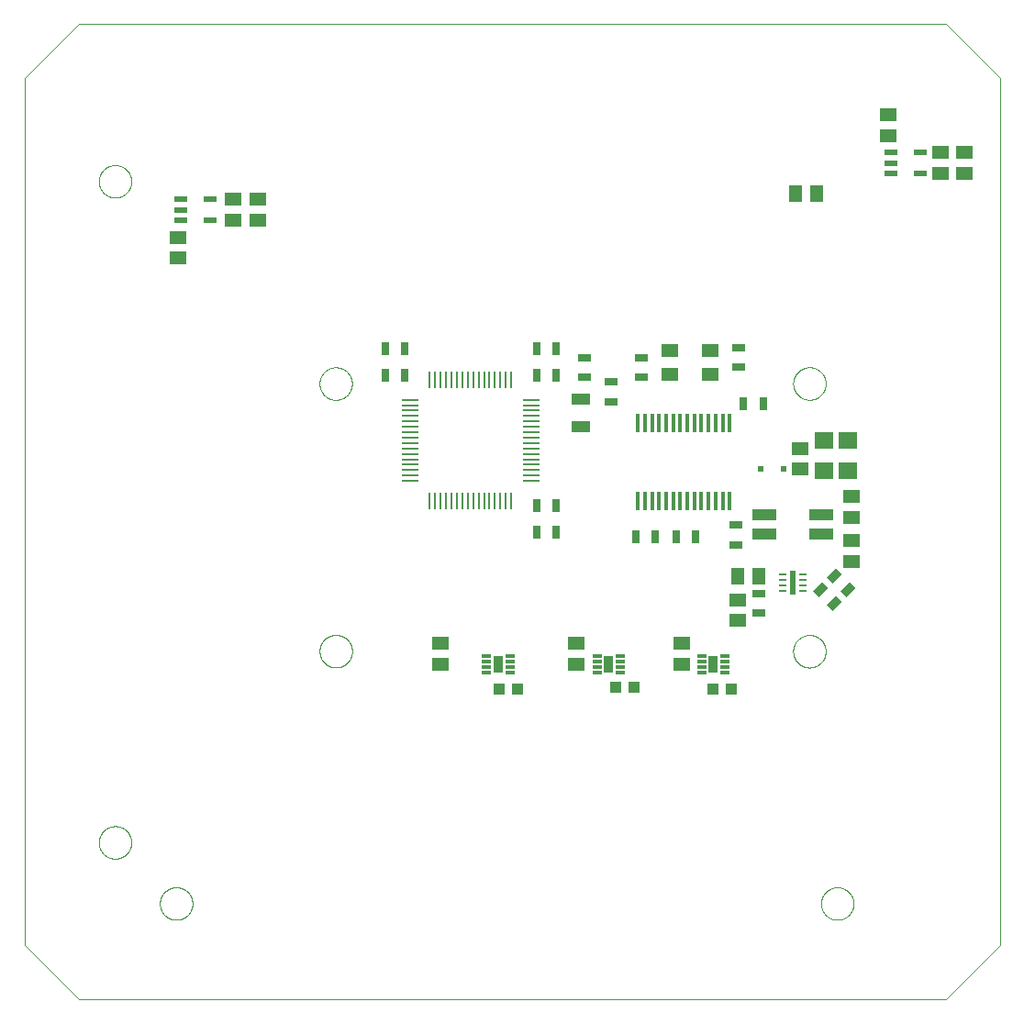
<source format=gtp>
G75*
%MOIN*%
%OFA0B0*%
%FSLAX25Y25*%
%IPPOS*%
%LPD*%
%AMOC8*
5,1,8,0,0,1.08239X$1,22.5*
%
%ADD10R,0.03937X0.04331*%
%ADD11R,0.03268X0.01181*%
%ADD12R,0.03543X0.06299*%
%ADD13C,0.00000*%
%ADD14R,0.05906X0.05118*%
%ADD15R,0.00984X0.06102*%
%ADD16R,0.06102X0.00984*%
%ADD17R,0.01575X0.06890*%
%ADD18R,0.07087X0.03937*%
%ADD19R,0.03150X0.04724*%
%ADD20R,0.04724X0.03150*%
%ADD21R,0.06299X0.04921*%
%ADD22R,0.03937X0.00984*%
%ADD23R,0.00984X0.03937*%
%ADD24R,0.05118X0.05906*%
%ADD25R,0.04724X0.02362*%
%ADD26R,0.02402X0.08661*%
%ADD27R,0.02756X0.00984*%
%ADD28R,0.01969X0.01969*%
%ADD29R,0.08661X0.03937*%
%ADD30R,0.07087X0.06299*%
D10*
X0194061Y0132271D03*
X0200754Y0132271D03*
X0236332Y0133042D03*
X0243025Y0133042D03*
X0271679Y0132488D03*
X0278372Y0132488D03*
D11*
X0275913Y0138330D03*
X0275913Y0140299D03*
X0275913Y0142267D03*
X0275913Y0144236D03*
X0267527Y0144236D03*
X0267527Y0142267D03*
X0267527Y0140299D03*
X0267527Y0138330D03*
X0237913Y0138330D03*
X0237913Y0140299D03*
X0237913Y0142267D03*
X0237913Y0144236D03*
X0229527Y0144236D03*
X0229527Y0142267D03*
X0229527Y0140299D03*
X0229527Y0138330D03*
X0197813Y0138430D03*
X0197813Y0140399D03*
X0197813Y0142367D03*
X0197813Y0144336D03*
X0189427Y0144336D03*
X0189427Y0142367D03*
X0189427Y0140399D03*
X0189427Y0138430D03*
D12*
X0193620Y0141383D03*
X0233720Y0141283D03*
X0271720Y0141283D03*
D13*
X0021455Y0039203D02*
X0021455Y0354163D01*
X0041140Y0373848D01*
X0356100Y0373848D01*
X0375785Y0354163D01*
X0375785Y0039203D01*
X0356100Y0019518D01*
X0041140Y0019518D01*
X0021455Y0039203D01*
X0048494Y0076604D02*
X0048496Y0076757D01*
X0048502Y0076911D01*
X0048512Y0077064D01*
X0048526Y0077216D01*
X0048544Y0077369D01*
X0048566Y0077520D01*
X0048591Y0077671D01*
X0048621Y0077822D01*
X0048655Y0077972D01*
X0048692Y0078120D01*
X0048733Y0078268D01*
X0048778Y0078414D01*
X0048827Y0078560D01*
X0048880Y0078704D01*
X0048936Y0078846D01*
X0048996Y0078987D01*
X0049060Y0079127D01*
X0049127Y0079265D01*
X0049198Y0079401D01*
X0049273Y0079535D01*
X0049350Y0079667D01*
X0049432Y0079797D01*
X0049516Y0079925D01*
X0049604Y0080051D01*
X0049695Y0080174D01*
X0049789Y0080295D01*
X0049887Y0080413D01*
X0049987Y0080529D01*
X0050091Y0080642D01*
X0050197Y0080753D01*
X0050306Y0080861D01*
X0050418Y0080966D01*
X0050532Y0081067D01*
X0050650Y0081166D01*
X0050769Y0081262D01*
X0050891Y0081355D01*
X0051016Y0081444D01*
X0051143Y0081531D01*
X0051272Y0081613D01*
X0051403Y0081693D01*
X0051536Y0081769D01*
X0051671Y0081842D01*
X0051808Y0081911D01*
X0051947Y0081976D01*
X0052087Y0082038D01*
X0052229Y0082096D01*
X0052372Y0082151D01*
X0052517Y0082202D01*
X0052663Y0082249D01*
X0052810Y0082292D01*
X0052958Y0082331D01*
X0053107Y0082367D01*
X0053257Y0082398D01*
X0053408Y0082426D01*
X0053559Y0082450D01*
X0053712Y0082470D01*
X0053864Y0082486D01*
X0054017Y0082498D01*
X0054170Y0082506D01*
X0054323Y0082510D01*
X0054477Y0082510D01*
X0054630Y0082506D01*
X0054783Y0082498D01*
X0054936Y0082486D01*
X0055088Y0082470D01*
X0055241Y0082450D01*
X0055392Y0082426D01*
X0055543Y0082398D01*
X0055693Y0082367D01*
X0055842Y0082331D01*
X0055990Y0082292D01*
X0056137Y0082249D01*
X0056283Y0082202D01*
X0056428Y0082151D01*
X0056571Y0082096D01*
X0056713Y0082038D01*
X0056853Y0081976D01*
X0056992Y0081911D01*
X0057129Y0081842D01*
X0057264Y0081769D01*
X0057397Y0081693D01*
X0057528Y0081613D01*
X0057657Y0081531D01*
X0057784Y0081444D01*
X0057909Y0081355D01*
X0058031Y0081262D01*
X0058150Y0081166D01*
X0058268Y0081067D01*
X0058382Y0080966D01*
X0058494Y0080861D01*
X0058603Y0080753D01*
X0058709Y0080642D01*
X0058813Y0080529D01*
X0058913Y0080413D01*
X0059011Y0080295D01*
X0059105Y0080174D01*
X0059196Y0080051D01*
X0059284Y0079925D01*
X0059368Y0079797D01*
X0059450Y0079667D01*
X0059527Y0079535D01*
X0059602Y0079401D01*
X0059673Y0079265D01*
X0059740Y0079127D01*
X0059804Y0078987D01*
X0059864Y0078846D01*
X0059920Y0078704D01*
X0059973Y0078560D01*
X0060022Y0078414D01*
X0060067Y0078268D01*
X0060108Y0078120D01*
X0060145Y0077972D01*
X0060179Y0077822D01*
X0060209Y0077671D01*
X0060234Y0077520D01*
X0060256Y0077369D01*
X0060274Y0077216D01*
X0060288Y0077064D01*
X0060298Y0076911D01*
X0060304Y0076757D01*
X0060306Y0076604D01*
X0060304Y0076451D01*
X0060298Y0076297D01*
X0060288Y0076144D01*
X0060274Y0075992D01*
X0060256Y0075839D01*
X0060234Y0075688D01*
X0060209Y0075537D01*
X0060179Y0075386D01*
X0060145Y0075236D01*
X0060108Y0075088D01*
X0060067Y0074940D01*
X0060022Y0074794D01*
X0059973Y0074648D01*
X0059920Y0074504D01*
X0059864Y0074362D01*
X0059804Y0074221D01*
X0059740Y0074081D01*
X0059673Y0073943D01*
X0059602Y0073807D01*
X0059527Y0073673D01*
X0059450Y0073541D01*
X0059368Y0073411D01*
X0059284Y0073283D01*
X0059196Y0073157D01*
X0059105Y0073034D01*
X0059011Y0072913D01*
X0058913Y0072795D01*
X0058813Y0072679D01*
X0058709Y0072566D01*
X0058603Y0072455D01*
X0058494Y0072347D01*
X0058382Y0072242D01*
X0058268Y0072141D01*
X0058150Y0072042D01*
X0058031Y0071946D01*
X0057909Y0071853D01*
X0057784Y0071764D01*
X0057657Y0071677D01*
X0057528Y0071595D01*
X0057397Y0071515D01*
X0057264Y0071439D01*
X0057129Y0071366D01*
X0056992Y0071297D01*
X0056853Y0071232D01*
X0056713Y0071170D01*
X0056571Y0071112D01*
X0056428Y0071057D01*
X0056283Y0071006D01*
X0056137Y0070959D01*
X0055990Y0070916D01*
X0055842Y0070877D01*
X0055693Y0070841D01*
X0055543Y0070810D01*
X0055392Y0070782D01*
X0055241Y0070758D01*
X0055088Y0070738D01*
X0054936Y0070722D01*
X0054783Y0070710D01*
X0054630Y0070702D01*
X0054477Y0070698D01*
X0054323Y0070698D01*
X0054170Y0070702D01*
X0054017Y0070710D01*
X0053864Y0070722D01*
X0053712Y0070738D01*
X0053559Y0070758D01*
X0053408Y0070782D01*
X0053257Y0070810D01*
X0053107Y0070841D01*
X0052958Y0070877D01*
X0052810Y0070916D01*
X0052663Y0070959D01*
X0052517Y0071006D01*
X0052372Y0071057D01*
X0052229Y0071112D01*
X0052087Y0071170D01*
X0051947Y0071232D01*
X0051808Y0071297D01*
X0051671Y0071366D01*
X0051536Y0071439D01*
X0051403Y0071515D01*
X0051272Y0071595D01*
X0051143Y0071677D01*
X0051016Y0071764D01*
X0050891Y0071853D01*
X0050769Y0071946D01*
X0050650Y0072042D01*
X0050532Y0072141D01*
X0050418Y0072242D01*
X0050306Y0072347D01*
X0050197Y0072455D01*
X0050091Y0072566D01*
X0049987Y0072679D01*
X0049887Y0072795D01*
X0049789Y0072913D01*
X0049695Y0073034D01*
X0049604Y0073157D01*
X0049516Y0073283D01*
X0049432Y0073411D01*
X0049350Y0073541D01*
X0049273Y0073673D01*
X0049198Y0073807D01*
X0049127Y0073943D01*
X0049060Y0074081D01*
X0048996Y0074221D01*
X0048936Y0074362D01*
X0048880Y0074504D01*
X0048827Y0074648D01*
X0048778Y0074794D01*
X0048733Y0074940D01*
X0048692Y0075088D01*
X0048655Y0075236D01*
X0048621Y0075386D01*
X0048591Y0075537D01*
X0048566Y0075688D01*
X0048544Y0075839D01*
X0048526Y0075992D01*
X0048512Y0076144D01*
X0048502Y0076297D01*
X0048496Y0076451D01*
X0048494Y0076604D01*
X0070698Y0054400D02*
X0070700Y0054553D01*
X0070706Y0054707D01*
X0070716Y0054860D01*
X0070730Y0055012D01*
X0070748Y0055165D01*
X0070770Y0055316D01*
X0070795Y0055467D01*
X0070825Y0055618D01*
X0070859Y0055768D01*
X0070896Y0055916D01*
X0070937Y0056064D01*
X0070982Y0056210D01*
X0071031Y0056356D01*
X0071084Y0056500D01*
X0071140Y0056642D01*
X0071200Y0056783D01*
X0071264Y0056923D01*
X0071331Y0057061D01*
X0071402Y0057197D01*
X0071477Y0057331D01*
X0071554Y0057463D01*
X0071636Y0057593D01*
X0071720Y0057721D01*
X0071808Y0057847D01*
X0071899Y0057970D01*
X0071993Y0058091D01*
X0072091Y0058209D01*
X0072191Y0058325D01*
X0072295Y0058438D01*
X0072401Y0058549D01*
X0072510Y0058657D01*
X0072622Y0058762D01*
X0072736Y0058863D01*
X0072854Y0058962D01*
X0072973Y0059058D01*
X0073095Y0059151D01*
X0073220Y0059240D01*
X0073347Y0059327D01*
X0073476Y0059409D01*
X0073607Y0059489D01*
X0073740Y0059565D01*
X0073875Y0059638D01*
X0074012Y0059707D01*
X0074151Y0059772D01*
X0074291Y0059834D01*
X0074433Y0059892D01*
X0074576Y0059947D01*
X0074721Y0059998D01*
X0074867Y0060045D01*
X0075014Y0060088D01*
X0075162Y0060127D01*
X0075311Y0060163D01*
X0075461Y0060194D01*
X0075612Y0060222D01*
X0075763Y0060246D01*
X0075916Y0060266D01*
X0076068Y0060282D01*
X0076221Y0060294D01*
X0076374Y0060302D01*
X0076527Y0060306D01*
X0076681Y0060306D01*
X0076834Y0060302D01*
X0076987Y0060294D01*
X0077140Y0060282D01*
X0077292Y0060266D01*
X0077445Y0060246D01*
X0077596Y0060222D01*
X0077747Y0060194D01*
X0077897Y0060163D01*
X0078046Y0060127D01*
X0078194Y0060088D01*
X0078341Y0060045D01*
X0078487Y0059998D01*
X0078632Y0059947D01*
X0078775Y0059892D01*
X0078917Y0059834D01*
X0079057Y0059772D01*
X0079196Y0059707D01*
X0079333Y0059638D01*
X0079468Y0059565D01*
X0079601Y0059489D01*
X0079732Y0059409D01*
X0079861Y0059327D01*
X0079988Y0059240D01*
X0080113Y0059151D01*
X0080235Y0059058D01*
X0080354Y0058962D01*
X0080472Y0058863D01*
X0080586Y0058762D01*
X0080698Y0058657D01*
X0080807Y0058549D01*
X0080913Y0058438D01*
X0081017Y0058325D01*
X0081117Y0058209D01*
X0081215Y0058091D01*
X0081309Y0057970D01*
X0081400Y0057847D01*
X0081488Y0057721D01*
X0081572Y0057593D01*
X0081654Y0057463D01*
X0081731Y0057331D01*
X0081806Y0057197D01*
X0081877Y0057061D01*
X0081944Y0056923D01*
X0082008Y0056783D01*
X0082068Y0056642D01*
X0082124Y0056500D01*
X0082177Y0056356D01*
X0082226Y0056210D01*
X0082271Y0056064D01*
X0082312Y0055916D01*
X0082349Y0055768D01*
X0082383Y0055618D01*
X0082413Y0055467D01*
X0082438Y0055316D01*
X0082460Y0055165D01*
X0082478Y0055012D01*
X0082492Y0054860D01*
X0082502Y0054707D01*
X0082508Y0054553D01*
X0082510Y0054400D01*
X0082508Y0054247D01*
X0082502Y0054093D01*
X0082492Y0053940D01*
X0082478Y0053788D01*
X0082460Y0053635D01*
X0082438Y0053484D01*
X0082413Y0053333D01*
X0082383Y0053182D01*
X0082349Y0053032D01*
X0082312Y0052884D01*
X0082271Y0052736D01*
X0082226Y0052590D01*
X0082177Y0052444D01*
X0082124Y0052300D01*
X0082068Y0052158D01*
X0082008Y0052017D01*
X0081944Y0051877D01*
X0081877Y0051739D01*
X0081806Y0051603D01*
X0081731Y0051469D01*
X0081654Y0051337D01*
X0081572Y0051207D01*
X0081488Y0051079D01*
X0081400Y0050953D01*
X0081309Y0050830D01*
X0081215Y0050709D01*
X0081117Y0050591D01*
X0081017Y0050475D01*
X0080913Y0050362D01*
X0080807Y0050251D01*
X0080698Y0050143D01*
X0080586Y0050038D01*
X0080472Y0049937D01*
X0080354Y0049838D01*
X0080235Y0049742D01*
X0080113Y0049649D01*
X0079988Y0049560D01*
X0079861Y0049473D01*
X0079732Y0049391D01*
X0079601Y0049311D01*
X0079468Y0049235D01*
X0079333Y0049162D01*
X0079196Y0049093D01*
X0079057Y0049028D01*
X0078917Y0048966D01*
X0078775Y0048908D01*
X0078632Y0048853D01*
X0078487Y0048802D01*
X0078341Y0048755D01*
X0078194Y0048712D01*
X0078046Y0048673D01*
X0077897Y0048637D01*
X0077747Y0048606D01*
X0077596Y0048578D01*
X0077445Y0048554D01*
X0077292Y0048534D01*
X0077140Y0048518D01*
X0076987Y0048506D01*
X0076834Y0048498D01*
X0076681Y0048494D01*
X0076527Y0048494D01*
X0076374Y0048498D01*
X0076221Y0048506D01*
X0076068Y0048518D01*
X0075916Y0048534D01*
X0075763Y0048554D01*
X0075612Y0048578D01*
X0075461Y0048606D01*
X0075311Y0048637D01*
X0075162Y0048673D01*
X0075014Y0048712D01*
X0074867Y0048755D01*
X0074721Y0048802D01*
X0074576Y0048853D01*
X0074433Y0048908D01*
X0074291Y0048966D01*
X0074151Y0049028D01*
X0074012Y0049093D01*
X0073875Y0049162D01*
X0073740Y0049235D01*
X0073607Y0049311D01*
X0073476Y0049391D01*
X0073347Y0049473D01*
X0073220Y0049560D01*
X0073095Y0049649D01*
X0072973Y0049742D01*
X0072854Y0049838D01*
X0072736Y0049937D01*
X0072622Y0050038D01*
X0072510Y0050143D01*
X0072401Y0050251D01*
X0072295Y0050362D01*
X0072191Y0050475D01*
X0072091Y0050591D01*
X0071993Y0050709D01*
X0071899Y0050830D01*
X0071808Y0050953D01*
X0071720Y0051079D01*
X0071636Y0051207D01*
X0071554Y0051337D01*
X0071477Y0051469D01*
X0071402Y0051603D01*
X0071331Y0051739D01*
X0071264Y0051877D01*
X0071200Y0052017D01*
X0071140Y0052158D01*
X0071084Y0052300D01*
X0071031Y0052444D01*
X0070982Y0052590D01*
X0070937Y0052736D01*
X0070896Y0052884D01*
X0070859Y0053032D01*
X0070825Y0053182D01*
X0070795Y0053333D01*
X0070770Y0053484D01*
X0070748Y0053635D01*
X0070730Y0053788D01*
X0070716Y0053940D01*
X0070706Y0054093D01*
X0070700Y0054247D01*
X0070698Y0054400D01*
X0128694Y0146083D02*
X0128696Y0146236D01*
X0128702Y0146390D01*
X0128712Y0146543D01*
X0128726Y0146695D01*
X0128744Y0146848D01*
X0128766Y0146999D01*
X0128791Y0147150D01*
X0128821Y0147301D01*
X0128855Y0147451D01*
X0128892Y0147599D01*
X0128933Y0147747D01*
X0128978Y0147893D01*
X0129027Y0148039D01*
X0129080Y0148183D01*
X0129136Y0148325D01*
X0129196Y0148466D01*
X0129260Y0148606D01*
X0129327Y0148744D01*
X0129398Y0148880D01*
X0129473Y0149014D01*
X0129550Y0149146D01*
X0129632Y0149276D01*
X0129716Y0149404D01*
X0129804Y0149530D01*
X0129895Y0149653D01*
X0129989Y0149774D01*
X0130087Y0149892D01*
X0130187Y0150008D01*
X0130291Y0150121D01*
X0130397Y0150232D01*
X0130506Y0150340D01*
X0130618Y0150445D01*
X0130732Y0150546D01*
X0130850Y0150645D01*
X0130969Y0150741D01*
X0131091Y0150834D01*
X0131216Y0150923D01*
X0131343Y0151010D01*
X0131472Y0151092D01*
X0131603Y0151172D01*
X0131736Y0151248D01*
X0131871Y0151321D01*
X0132008Y0151390D01*
X0132147Y0151455D01*
X0132287Y0151517D01*
X0132429Y0151575D01*
X0132572Y0151630D01*
X0132717Y0151681D01*
X0132863Y0151728D01*
X0133010Y0151771D01*
X0133158Y0151810D01*
X0133307Y0151846D01*
X0133457Y0151877D01*
X0133608Y0151905D01*
X0133759Y0151929D01*
X0133912Y0151949D01*
X0134064Y0151965D01*
X0134217Y0151977D01*
X0134370Y0151985D01*
X0134523Y0151989D01*
X0134677Y0151989D01*
X0134830Y0151985D01*
X0134983Y0151977D01*
X0135136Y0151965D01*
X0135288Y0151949D01*
X0135441Y0151929D01*
X0135592Y0151905D01*
X0135743Y0151877D01*
X0135893Y0151846D01*
X0136042Y0151810D01*
X0136190Y0151771D01*
X0136337Y0151728D01*
X0136483Y0151681D01*
X0136628Y0151630D01*
X0136771Y0151575D01*
X0136913Y0151517D01*
X0137053Y0151455D01*
X0137192Y0151390D01*
X0137329Y0151321D01*
X0137464Y0151248D01*
X0137597Y0151172D01*
X0137728Y0151092D01*
X0137857Y0151010D01*
X0137984Y0150923D01*
X0138109Y0150834D01*
X0138231Y0150741D01*
X0138350Y0150645D01*
X0138468Y0150546D01*
X0138582Y0150445D01*
X0138694Y0150340D01*
X0138803Y0150232D01*
X0138909Y0150121D01*
X0139013Y0150008D01*
X0139113Y0149892D01*
X0139211Y0149774D01*
X0139305Y0149653D01*
X0139396Y0149530D01*
X0139484Y0149404D01*
X0139568Y0149276D01*
X0139650Y0149146D01*
X0139727Y0149014D01*
X0139802Y0148880D01*
X0139873Y0148744D01*
X0139940Y0148606D01*
X0140004Y0148466D01*
X0140064Y0148325D01*
X0140120Y0148183D01*
X0140173Y0148039D01*
X0140222Y0147893D01*
X0140267Y0147747D01*
X0140308Y0147599D01*
X0140345Y0147451D01*
X0140379Y0147301D01*
X0140409Y0147150D01*
X0140434Y0146999D01*
X0140456Y0146848D01*
X0140474Y0146695D01*
X0140488Y0146543D01*
X0140498Y0146390D01*
X0140504Y0146236D01*
X0140506Y0146083D01*
X0140504Y0145930D01*
X0140498Y0145776D01*
X0140488Y0145623D01*
X0140474Y0145471D01*
X0140456Y0145318D01*
X0140434Y0145167D01*
X0140409Y0145016D01*
X0140379Y0144865D01*
X0140345Y0144715D01*
X0140308Y0144567D01*
X0140267Y0144419D01*
X0140222Y0144273D01*
X0140173Y0144127D01*
X0140120Y0143983D01*
X0140064Y0143841D01*
X0140004Y0143700D01*
X0139940Y0143560D01*
X0139873Y0143422D01*
X0139802Y0143286D01*
X0139727Y0143152D01*
X0139650Y0143020D01*
X0139568Y0142890D01*
X0139484Y0142762D01*
X0139396Y0142636D01*
X0139305Y0142513D01*
X0139211Y0142392D01*
X0139113Y0142274D01*
X0139013Y0142158D01*
X0138909Y0142045D01*
X0138803Y0141934D01*
X0138694Y0141826D01*
X0138582Y0141721D01*
X0138468Y0141620D01*
X0138350Y0141521D01*
X0138231Y0141425D01*
X0138109Y0141332D01*
X0137984Y0141243D01*
X0137857Y0141156D01*
X0137728Y0141074D01*
X0137597Y0140994D01*
X0137464Y0140918D01*
X0137329Y0140845D01*
X0137192Y0140776D01*
X0137053Y0140711D01*
X0136913Y0140649D01*
X0136771Y0140591D01*
X0136628Y0140536D01*
X0136483Y0140485D01*
X0136337Y0140438D01*
X0136190Y0140395D01*
X0136042Y0140356D01*
X0135893Y0140320D01*
X0135743Y0140289D01*
X0135592Y0140261D01*
X0135441Y0140237D01*
X0135288Y0140217D01*
X0135136Y0140201D01*
X0134983Y0140189D01*
X0134830Y0140181D01*
X0134677Y0140177D01*
X0134523Y0140177D01*
X0134370Y0140181D01*
X0134217Y0140189D01*
X0134064Y0140201D01*
X0133912Y0140217D01*
X0133759Y0140237D01*
X0133608Y0140261D01*
X0133457Y0140289D01*
X0133307Y0140320D01*
X0133158Y0140356D01*
X0133010Y0140395D01*
X0132863Y0140438D01*
X0132717Y0140485D01*
X0132572Y0140536D01*
X0132429Y0140591D01*
X0132287Y0140649D01*
X0132147Y0140711D01*
X0132008Y0140776D01*
X0131871Y0140845D01*
X0131736Y0140918D01*
X0131603Y0140994D01*
X0131472Y0141074D01*
X0131343Y0141156D01*
X0131216Y0141243D01*
X0131091Y0141332D01*
X0130969Y0141425D01*
X0130850Y0141521D01*
X0130732Y0141620D01*
X0130618Y0141721D01*
X0130506Y0141826D01*
X0130397Y0141934D01*
X0130291Y0142045D01*
X0130187Y0142158D01*
X0130087Y0142274D01*
X0129989Y0142392D01*
X0129895Y0142513D01*
X0129804Y0142636D01*
X0129716Y0142762D01*
X0129632Y0142890D01*
X0129550Y0143020D01*
X0129473Y0143152D01*
X0129398Y0143286D01*
X0129327Y0143422D01*
X0129260Y0143560D01*
X0129196Y0143700D01*
X0129136Y0143841D01*
X0129080Y0143983D01*
X0129027Y0144127D01*
X0128978Y0144273D01*
X0128933Y0144419D01*
X0128892Y0144567D01*
X0128855Y0144715D01*
X0128821Y0144865D01*
X0128791Y0145016D01*
X0128766Y0145167D01*
X0128744Y0145318D01*
X0128726Y0145471D01*
X0128712Y0145623D01*
X0128702Y0145776D01*
X0128696Y0145930D01*
X0128694Y0146083D01*
X0128664Y0243293D02*
X0128666Y0243446D01*
X0128672Y0243600D01*
X0128682Y0243753D01*
X0128696Y0243905D01*
X0128714Y0244058D01*
X0128736Y0244209D01*
X0128761Y0244360D01*
X0128791Y0244511D01*
X0128825Y0244661D01*
X0128862Y0244809D01*
X0128903Y0244957D01*
X0128948Y0245103D01*
X0128997Y0245249D01*
X0129050Y0245393D01*
X0129106Y0245535D01*
X0129166Y0245676D01*
X0129230Y0245816D01*
X0129297Y0245954D01*
X0129368Y0246090D01*
X0129443Y0246224D01*
X0129520Y0246356D01*
X0129602Y0246486D01*
X0129686Y0246614D01*
X0129774Y0246740D01*
X0129865Y0246863D01*
X0129959Y0246984D01*
X0130057Y0247102D01*
X0130157Y0247218D01*
X0130261Y0247331D01*
X0130367Y0247442D01*
X0130476Y0247550D01*
X0130588Y0247655D01*
X0130702Y0247756D01*
X0130820Y0247855D01*
X0130939Y0247951D01*
X0131061Y0248044D01*
X0131186Y0248133D01*
X0131313Y0248220D01*
X0131442Y0248302D01*
X0131573Y0248382D01*
X0131706Y0248458D01*
X0131841Y0248531D01*
X0131978Y0248600D01*
X0132117Y0248665D01*
X0132257Y0248727D01*
X0132399Y0248785D01*
X0132542Y0248840D01*
X0132687Y0248891D01*
X0132833Y0248938D01*
X0132980Y0248981D01*
X0133128Y0249020D01*
X0133277Y0249056D01*
X0133427Y0249087D01*
X0133578Y0249115D01*
X0133729Y0249139D01*
X0133882Y0249159D01*
X0134034Y0249175D01*
X0134187Y0249187D01*
X0134340Y0249195D01*
X0134493Y0249199D01*
X0134647Y0249199D01*
X0134800Y0249195D01*
X0134953Y0249187D01*
X0135106Y0249175D01*
X0135258Y0249159D01*
X0135411Y0249139D01*
X0135562Y0249115D01*
X0135713Y0249087D01*
X0135863Y0249056D01*
X0136012Y0249020D01*
X0136160Y0248981D01*
X0136307Y0248938D01*
X0136453Y0248891D01*
X0136598Y0248840D01*
X0136741Y0248785D01*
X0136883Y0248727D01*
X0137023Y0248665D01*
X0137162Y0248600D01*
X0137299Y0248531D01*
X0137434Y0248458D01*
X0137567Y0248382D01*
X0137698Y0248302D01*
X0137827Y0248220D01*
X0137954Y0248133D01*
X0138079Y0248044D01*
X0138201Y0247951D01*
X0138320Y0247855D01*
X0138438Y0247756D01*
X0138552Y0247655D01*
X0138664Y0247550D01*
X0138773Y0247442D01*
X0138879Y0247331D01*
X0138983Y0247218D01*
X0139083Y0247102D01*
X0139181Y0246984D01*
X0139275Y0246863D01*
X0139366Y0246740D01*
X0139454Y0246614D01*
X0139538Y0246486D01*
X0139620Y0246356D01*
X0139697Y0246224D01*
X0139772Y0246090D01*
X0139843Y0245954D01*
X0139910Y0245816D01*
X0139974Y0245676D01*
X0140034Y0245535D01*
X0140090Y0245393D01*
X0140143Y0245249D01*
X0140192Y0245103D01*
X0140237Y0244957D01*
X0140278Y0244809D01*
X0140315Y0244661D01*
X0140349Y0244511D01*
X0140379Y0244360D01*
X0140404Y0244209D01*
X0140426Y0244058D01*
X0140444Y0243905D01*
X0140458Y0243753D01*
X0140468Y0243600D01*
X0140474Y0243446D01*
X0140476Y0243293D01*
X0140474Y0243140D01*
X0140468Y0242986D01*
X0140458Y0242833D01*
X0140444Y0242681D01*
X0140426Y0242528D01*
X0140404Y0242377D01*
X0140379Y0242226D01*
X0140349Y0242075D01*
X0140315Y0241925D01*
X0140278Y0241777D01*
X0140237Y0241629D01*
X0140192Y0241483D01*
X0140143Y0241337D01*
X0140090Y0241193D01*
X0140034Y0241051D01*
X0139974Y0240910D01*
X0139910Y0240770D01*
X0139843Y0240632D01*
X0139772Y0240496D01*
X0139697Y0240362D01*
X0139620Y0240230D01*
X0139538Y0240100D01*
X0139454Y0239972D01*
X0139366Y0239846D01*
X0139275Y0239723D01*
X0139181Y0239602D01*
X0139083Y0239484D01*
X0138983Y0239368D01*
X0138879Y0239255D01*
X0138773Y0239144D01*
X0138664Y0239036D01*
X0138552Y0238931D01*
X0138438Y0238830D01*
X0138320Y0238731D01*
X0138201Y0238635D01*
X0138079Y0238542D01*
X0137954Y0238453D01*
X0137827Y0238366D01*
X0137698Y0238284D01*
X0137567Y0238204D01*
X0137434Y0238128D01*
X0137299Y0238055D01*
X0137162Y0237986D01*
X0137023Y0237921D01*
X0136883Y0237859D01*
X0136741Y0237801D01*
X0136598Y0237746D01*
X0136453Y0237695D01*
X0136307Y0237648D01*
X0136160Y0237605D01*
X0136012Y0237566D01*
X0135863Y0237530D01*
X0135713Y0237499D01*
X0135562Y0237471D01*
X0135411Y0237447D01*
X0135258Y0237427D01*
X0135106Y0237411D01*
X0134953Y0237399D01*
X0134800Y0237391D01*
X0134647Y0237387D01*
X0134493Y0237387D01*
X0134340Y0237391D01*
X0134187Y0237399D01*
X0134034Y0237411D01*
X0133882Y0237427D01*
X0133729Y0237447D01*
X0133578Y0237471D01*
X0133427Y0237499D01*
X0133277Y0237530D01*
X0133128Y0237566D01*
X0132980Y0237605D01*
X0132833Y0237648D01*
X0132687Y0237695D01*
X0132542Y0237746D01*
X0132399Y0237801D01*
X0132257Y0237859D01*
X0132117Y0237921D01*
X0131978Y0237986D01*
X0131841Y0238055D01*
X0131706Y0238128D01*
X0131573Y0238204D01*
X0131442Y0238284D01*
X0131313Y0238366D01*
X0131186Y0238453D01*
X0131061Y0238542D01*
X0130939Y0238635D01*
X0130820Y0238731D01*
X0130702Y0238830D01*
X0130588Y0238931D01*
X0130476Y0239036D01*
X0130367Y0239144D01*
X0130261Y0239255D01*
X0130157Y0239368D01*
X0130057Y0239484D01*
X0129959Y0239602D01*
X0129865Y0239723D01*
X0129774Y0239846D01*
X0129686Y0239972D01*
X0129602Y0240100D01*
X0129520Y0240230D01*
X0129443Y0240362D01*
X0129368Y0240496D01*
X0129297Y0240632D01*
X0129230Y0240770D01*
X0129166Y0240910D01*
X0129106Y0241051D01*
X0129050Y0241193D01*
X0128997Y0241337D01*
X0128948Y0241483D01*
X0128903Y0241629D01*
X0128862Y0241777D01*
X0128825Y0241925D01*
X0128791Y0242075D01*
X0128761Y0242226D01*
X0128736Y0242377D01*
X0128714Y0242528D01*
X0128696Y0242681D01*
X0128682Y0242833D01*
X0128672Y0242986D01*
X0128666Y0243140D01*
X0128664Y0243293D01*
X0048494Y0316762D02*
X0048496Y0316915D01*
X0048502Y0317069D01*
X0048512Y0317222D01*
X0048526Y0317374D01*
X0048544Y0317527D01*
X0048566Y0317678D01*
X0048591Y0317829D01*
X0048621Y0317980D01*
X0048655Y0318130D01*
X0048692Y0318278D01*
X0048733Y0318426D01*
X0048778Y0318572D01*
X0048827Y0318718D01*
X0048880Y0318862D01*
X0048936Y0319004D01*
X0048996Y0319145D01*
X0049060Y0319285D01*
X0049127Y0319423D01*
X0049198Y0319559D01*
X0049273Y0319693D01*
X0049350Y0319825D01*
X0049432Y0319955D01*
X0049516Y0320083D01*
X0049604Y0320209D01*
X0049695Y0320332D01*
X0049789Y0320453D01*
X0049887Y0320571D01*
X0049987Y0320687D01*
X0050091Y0320800D01*
X0050197Y0320911D01*
X0050306Y0321019D01*
X0050418Y0321124D01*
X0050532Y0321225D01*
X0050650Y0321324D01*
X0050769Y0321420D01*
X0050891Y0321513D01*
X0051016Y0321602D01*
X0051143Y0321689D01*
X0051272Y0321771D01*
X0051403Y0321851D01*
X0051536Y0321927D01*
X0051671Y0322000D01*
X0051808Y0322069D01*
X0051947Y0322134D01*
X0052087Y0322196D01*
X0052229Y0322254D01*
X0052372Y0322309D01*
X0052517Y0322360D01*
X0052663Y0322407D01*
X0052810Y0322450D01*
X0052958Y0322489D01*
X0053107Y0322525D01*
X0053257Y0322556D01*
X0053408Y0322584D01*
X0053559Y0322608D01*
X0053712Y0322628D01*
X0053864Y0322644D01*
X0054017Y0322656D01*
X0054170Y0322664D01*
X0054323Y0322668D01*
X0054477Y0322668D01*
X0054630Y0322664D01*
X0054783Y0322656D01*
X0054936Y0322644D01*
X0055088Y0322628D01*
X0055241Y0322608D01*
X0055392Y0322584D01*
X0055543Y0322556D01*
X0055693Y0322525D01*
X0055842Y0322489D01*
X0055990Y0322450D01*
X0056137Y0322407D01*
X0056283Y0322360D01*
X0056428Y0322309D01*
X0056571Y0322254D01*
X0056713Y0322196D01*
X0056853Y0322134D01*
X0056992Y0322069D01*
X0057129Y0322000D01*
X0057264Y0321927D01*
X0057397Y0321851D01*
X0057528Y0321771D01*
X0057657Y0321689D01*
X0057784Y0321602D01*
X0057909Y0321513D01*
X0058031Y0321420D01*
X0058150Y0321324D01*
X0058268Y0321225D01*
X0058382Y0321124D01*
X0058494Y0321019D01*
X0058603Y0320911D01*
X0058709Y0320800D01*
X0058813Y0320687D01*
X0058913Y0320571D01*
X0059011Y0320453D01*
X0059105Y0320332D01*
X0059196Y0320209D01*
X0059284Y0320083D01*
X0059368Y0319955D01*
X0059450Y0319825D01*
X0059527Y0319693D01*
X0059602Y0319559D01*
X0059673Y0319423D01*
X0059740Y0319285D01*
X0059804Y0319145D01*
X0059864Y0319004D01*
X0059920Y0318862D01*
X0059973Y0318718D01*
X0060022Y0318572D01*
X0060067Y0318426D01*
X0060108Y0318278D01*
X0060145Y0318130D01*
X0060179Y0317980D01*
X0060209Y0317829D01*
X0060234Y0317678D01*
X0060256Y0317527D01*
X0060274Y0317374D01*
X0060288Y0317222D01*
X0060298Y0317069D01*
X0060304Y0316915D01*
X0060306Y0316762D01*
X0060304Y0316609D01*
X0060298Y0316455D01*
X0060288Y0316302D01*
X0060274Y0316150D01*
X0060256Y0315997D01*
X0060234Y0315846D01*
X0060209Y0315695D01*
X0060179Y0315544D01*
X0060145Y0315394D01*
X0060108Y0315246D01*
X0060067Y0315098D01*
X0060022Y0314952D01*
X0059973Y0314806D01*
X0059920Y0314662D01*
X0059864Y0314520D01*
X0059804Y0314379D01*
X0059740Y0314239D01*
X0059673Y0314101D01*
X0059602Y0313965D01*
X0059527Y0313831D01*
X0059450Y0313699D01*
X0059368Y0313569D01*
X0059284Y0313441D01*
X0059196Y0313315D01*
X0059105Y0313192D01*
X0059011Y0313071D01*
X0058913Y0312953D01*
X0058813Y0312837D01*
X0058709Y0312724D01*
X0058603Y0312613D01*
X0058494Y0312505D01*
X0058382Y0312400D01*
X0058268Y0312299D01*
X0058150Y0312200D01*
X0058031Y0312104D01*
X0057909Y0312011D01*
X0057784Y0311922D01*
X0057657Y0311835D01*
X0057528Y0311753D01*
X0057397Y0311673D01*
X0057264Y0311597D01*
X0057129Y0311524D01*
X0056992Y0311455D01*
X0056853Y0311390D01*
X0056713Y0311328D01*
X0056571Y0311270D01*
X0056428Y0311215D01*
X0056283Y0311164D01*
X0056137Y0311117D01*
X0055990Y0311074D01*
X0055842Y0311035D01*
X0055693Y0310999D01*
X0055543Y0310968D01*
X0055392Y0310940D01*
X0055241Y0310916D01*
X0055088Y0310896D01*
X0054936Y0310880D01*
X0054783Y0310868D01*
X0054630Y0310860D01*
X0054477Y0310856D01*
X0054323Y0310856D01*
X0054170Y0310860D01*
X0054017Y0310868D01*
X0053864Y0310880D01*
X0053712Y0310896D01*
X0053559Y0310916D01*
X0053408Y0310940D01*
X0053257Y0310968D01*
X0053107Y0310999D01*
X0052958Y0311035D01*
X0052810Y0311074D01*
X0052663Y0311117D01*
X0052517Y0311164D01*
X0052372Y0311215D01*
X0052229Y0311270D01*
X0052087Y0311328D01*
X0051947Y0311390D01*
X0051808Y0311455D01*
X0051671Y0311524D01*
X0051536Y0311597D01*
X0051403Y0311673D01*
X0051272Y0311753D01*
X0051143Y0311835D01*
X0051016Y0311922D01*
X0050891Y0312011D01*
X0050769Y0312104D01*
X0050650Y0312200D01*
X0050532Y0312299D01*
X0050418Y0312400D01*
X0050306Y0312505D01*
X0050197Y0312613D01*
X0050091Y0312724D01*
X0049987Y0312837D01*
X0049887Y0312953D01*
X0049789Y0313071D01*
X0049695Y0313192D01*
X0049604Y0313315D01*
X0049516Y0313441D01*
X0049432Y0313569D01*
X0049350Y0313699D01*
X0049273Y0313831D01*
X0049198Y0313965D01*
X0049127Y0314101D01*
X0049060Y0314239D01*
X0048996Y0314379D01*
X0048936Y0314520D01*
X0048880Y0314662D01*
X0048827Y0314806D01*
X0048778Y0314952D01*
X0048733Y0315098D01*
X0048692Y0315246D01*
X0048655Y0315394D01*
X0048621Y0315544D01*
X0048591Y0315695D01*
X0048566Y0315846D01*
X0048544Y0315997D01*
X0048526Y0316150D01*
X0048512Y0316302D01*
X0048502Y0316455D01*
X0048496Y0316609D01*
X0048494Y0316762D01*
X0300734Y0243313D02*
X0300736Y0243466D01*
X0300742Y0243620D01*
X0300752Y0243773D01*
X0300766Y0243925D01*
X0300784Y0244078D01*
X0300806Y0244229D01*
X0300831Y0244380D01*
X0300861Y0244531D01*
X0300895Y0244681D01*
X0300932Y0244829D01*
X0300973Y0244977D01*
X0301018Y0245123D01*
X0301067Y0245269D01*
X0301120Y0245413D01*
X0301176Y0245555D01*
X0301236Y0245696D01*
X0301300Y0245836D01*
X0301367Y0245974D01*
X0301438Y0246110D01*
X0301513Y0246244D01*
X0301590Y0246376D01*
X0301672Y0246506D01*
X0301756Y0246634D01*
X0301844Y0246760D01*
X0301935Y0246883D01*
X0302029Y0247004D01*
X0302127Y0247122D01*
X0302227Y0247238D01*
X0302331Y0247351D01*
X0302437Y0247462D01*
X0302546Y0247570D01*
X0302658Y0247675D01*
X0302772Y0247776D01*
X0302890Y0247875D01*
X0303009Y0247971D01*
X0303131Y0248064D01*
X0303256Y0248153D01*
X0303383Y0248240D01*
X0303512Y0248322D01*
X0303643Y0248402D01*
X0303776Y0248478D01*
X0303911Y0248551D01*
X0304048Y0248620D01*
X0304187Y0248685D01*
X0304327Y0248747D01*
X0304469Y0248805D01*
X0304612Y0248860D01*
X0304757Y0248911D01*
X0304903Y0248958D01*
X0305050Y0249001D01*
X0305198Y0249040D01*
X0305347Y0249076D01*
X0305497Y0249107D01*
X0305648Y0249135D01*
X0305799Y0249159D01*
X0305952Y0249179D01*
X0306104Y0249195D01*
X0306257Y0249207D01*
X0306410Y0249215D01*
X0306563Y0249219D01*
X0306717Y0249219D01*
X0306870Y0249215D01*
X0307023Y0249207D01*
X0307176Y0249195D01*
X0307328Y0249179D01*
X0307481Y0249159D01*
X0307632Y0249135D01*
X0307783Y0249107D01*
X0307933Y0249076D01*
X0308082Y0249040D01*
X0308230Y0249001D01*
X0308377Y0248958D01*
X0308523Y0248911D01*
X0308668Y0248860D01*
X0308811Y0248805D01*
X0308953Y0248747D01*
X0309093Y0248685D01*
X0309232Y0248620D01*
X0309369Y0248551D01*
X0309504Y0248478D01*
X0309637Y0248402D01*
X0309768Y0248322D01*
X0309897Y0248240D01*
X0310024Y0248153D01*
X0310149Y0248064D01*
X0310271Y0247971D01*
X0310390Y0247875D01*
X0310508Y0247776D01*
X0310622Y0247675D01*
X0310734Y0247570D01*
X0310843Y0247462D01*
X0310949Y0247351D01*
X0311053Y0247238D01*
X0311153Y0247122D01*
X0311251Y0247004D01*
X0311345Y0246883D01*
X0311436Y0246760D01*
X0311524Y0246634D01*
X0311608Y0246506D01*
X0311690Y0246376D01*
X0311767Y0246244D01*
X0311842Y0246110D01*
X0311913Y0245974D01*
X0311980Y0245836D01*
X0312044Y0245696D01*
X0312104Y0245555D01*
X0312160Y0245413D01*
X0312213Y0245269D01*
X0312262Y0245123D01*
X0312307Y0244977D01*
X0312348Y0244829D01*
X0312385Y0244681D01*
X0312419Y0244531D01*
X0312449Y0244380D01*
X0312474Y0244229D01*
X0312496Y0244078D01*
X0312514Y0243925D01*
X0312528Y0243773D01*
X0312538Y0243620D01*
X0312544Y0243466D01*
X0312546Y0243313D01*
X0312544Y0243160D01*
X0312538Y0243006D01*
X0312528Y0242853D01*
X0312514Y0242701D01*
X0312496Y0242548D01*
X0312474Y0242397D01*
X0312449Y0242246D01*
X0312419Y0242095D01*
X0312385Y0241945D01*
X0312348Y0241797D01*
X0312307Y0241649D01*
X0312262Y0241503D01*
X0312213Y0241357D01*
X0312160Y0241213D01*
X0312104Y0241071D01*
X0312044Y0240930D01*
X0311980Y0240790D01*
X0311913Y0240652D01*
X0311842Y0240516D01*
X0311767Y0240382D01*
X0311690Y0240250D01*
X0311608Y0240120D01*
X0311524Y0239992D01*
X0311436Y0239866D01*
X0311345Y0239743D01*
X0311251Y0239622D01*
X0311153Y0239504D01*
X0311053Y0239388D01*
X0310949Y0239275D01*
X0310843Y0239164D01*
X0310734Y0239056D01*
X0310622Y0238951D01*
X0310508Y0238850D01*
X0310390Y0238751D01*
X0310271Y0238655D01*
X0310149Y0238562D01*
X0310024Y0238473D01*
X0309897Y0238386D01*
X0309768Y0238304D01*
X0309637Y0238224D01*
X0309504Y0238148D01*
X0309369Y0238075D01*
X0309232Y0238006D01*
X0309093Y0237941D01*
X0308953Y0237879D01*
X0308811Y0237821D01*
X0308668Y0237766D01*
X0308523Y0237715D01*
X0308377Y0237668D01*
X0308230Y0237625D01*
X0308082Y0237586D01*
X0307933Y0237550D01*
X0307783Y0237519D01*
X0307632Y0237491D01*
X0307481Y0237467D01*
X0307328Y0237447D01*
X0307176Y0237431D01*
X0307023Y0237419D01*
X0306870Y0237411D01*
X0306717Y0237407D01*
X0306563Y0237407D01*
X0306410Y0237411D01*
X0306257Y0237419D01*
X0306104Y0237431D01*
X0305952Y0237447D01*
X0305799Y0237467D01*
X0305648Y0237491D01*
X0305497Y0237519D01*
X0305347Y0237550D01*
X0305198Y0237586D01*
X0305050Y0237625D01*
X0304903Y0237668D01*
X0304757Y0237715D01*
X0304612Y0237766D01*
X0304469Y0237821D01*
X0304327Y0237879D01*
X0304187Y0237941D01*
X0304048Y0238006D01*
X0303911Y0238075D01*
X0303776Y0238148D01*
X0303643Y0238224D01*
X0303512Y0238304D01*
X0303383Y0238386D01*
X0303256Y0238473D01*
X0303131Y0238562D01*
X0303009Y0238655D01*
X0302890Y0238751D01*
X0302772Y0238850D01*
X0302658Y0238951D01*
X0302546Y0239056D01*
X0302437Y0239164D01*
X0302331Y0239275D01*
X0302227Y0239388D01*
X0302127Y0239504D01*
X0302029Y0239622D01*
X0301935Y0239743D01*
X0301844Y0239866D01*
X0301756Y0239992D01*
X0301672Y0240120D01*
X0301590Y0240250D01*
X0301513Y0240382D01*
X0301438Y0240516D01*
X0301367Y0240652D01*
X0301300Y0240790D01*
X0301236Y0240930D01*
X0301176Y0241071D01*
X0301120Y0241213D01*
X0301067Y0241357D01*
X0301018Y0241503D01*
X0300973Y0241649D01*
X0300932Y0241797D01*
X0300895Y0241945D01*
X0300861Y0242095D01*
X0300831Y0242246D01*
X0300806Y0242397D01*
X0300784Y0242548D01*
X0300766Y0242701D01*
X0300752Y0242853D01*
X0300742Y0243006D01*
X0300736Y0243160D01*
X0300734Y0243313D01*
X0300734Y0146053D02*
X0300736Y0146206D01*
X0300742Y0146360D01*
X0300752Y0146513D01*
X0300766Y0146665D01*
X0300784Y0146818D01*
X0300806Y0146969D01*
X0300831Y0147120D01*
X0300861Y0147271D01*
X0300895Y0147421D01*
X0300932Y0147569D01*
X0300973Y0147717D01*
X0301018Y0147863D01*
X0301067Y0148009D01*
X0301120Y0148153D01*
X0301176Y0148295D01*
X0301236Y0148436D01*
X0301300Y0148576D01*
X0301367Y0148714D01*
X0301438Y0148850D01*
X0301513Y0148984D01*
X0301590Y0149116D01*
X0301672Y0149246D01*
X0301756Y0149374D01*
X0301844Y0149500D01*
X0301935Y0149623D01*
X0302029Y0149744D01*
X0302127Y0149862D01*
X0302227Y0149978D01*
X0302331Y0150091D01*
X0302437Y0150202D01*
X0302546Y0150310D01*
X0302658Y0150415D01*
X0302772Y0150516D01*
X0302890Y0150615D01*
X0303009Y0150711D01*
X0303131Y0150804D01*
X0303256Y0150893D01*
X0303383Y0150980D01*
X0303512Y0151062D01*
X0303643Y0151142D01*
X0303776Y0151218D01*
X0303911Y0151291D01*
X0304048Y0151360D01*
X0304187Y0151425D01*
X0304327Y0151487D01*
X0304469Y0151545D01*
X0304612Y0151600D01*
X0304757Y0151651D01*
X0304903Y0151698D01*
X0305050Y0151741D01*
X0305198Y0151780D01*
X0305347Y0151816D01*
X0305497Y0151847D01*
X0305648Y0151875D01*
X0305799Y0151899D01*
X0305952Y0151919D01*
X0306104Y0151935D01*
X0306257Y0151947D01*
X0306410Y0151955D01*
X0306563Y0151959D01*
X0306717Y0151959D01*
X0306870Y0151955D01*
X0307023Y0151947D01*
X0307176Y0151935D01*
X0307328Y0151919D01*
X0307481Y0151899D01*
X0307632Y0151875D01*
X0307783Y0151847D01*
X0307933Y0151816D01*
X0308082Y0151780D01*
X0308230Y0151741D01*
X0308377Y0151698D01*
X0308523Y0151651D01*
X0308668Y0151600D01*
X0308811Y0151545D01*
X0308953Y0151487D01*
X0309093Y0151425D01*
X0309232Y0151360D01*
X0309369Y0151291D01*
X0309504Y0151218D01*
X0309637Y0151142D01*
X0309768Y0151062D01*
X0309897Y0150980D01*
X0310024Y0150893D01*
X0310149Y0150804D01*
X0310271Y0150711D01*
X0310390Y0150615D01*
X0310508Y0150516D01*
X0310622Y0150415D01*
X0310734Y0150310D01*
X0310843Y0150202D01*
X0310949Y0150091D01*
X0311053Y0149978D01*
X0311153Y0149862D01*
X0311251Y0149744D01*
X0311345Y0149623D01*
X0311436Y0149500D01*
X0311524Y0149374D01*
X0311608Y0149246D01*
X0311690Y0149116D01*
X0311767Y0148984D01*
X0311842Y0148850D01*
X0311913Y0148714D01*
X0311980Y0148576D01*
X0312044Y0148436D01*
X0312104Y0148295D01*
X0312160Y0148153D01*
X0312213Y0148009D01*
X0312262Y0147863D01*
X0312307Y0147717D01*
X0312348Y0147569D01*
X0312385Y0147421D01*
X0312419Y0147271D01*
X0312449Y0147120D01*
X0312474Y0146969D01*
X0312496Y0146818D01*
X0312514Y0146665D01*
X0312528Y0146513D01*
X0312538Y0146360D01*
X0312544Y0146206D01*
X0312546Y0146053D01*
X0312544Y0145900D01*
X0312538Y0145746D01*
X0312528Y0145593D01*
X0312514Y0145441D01*
X0312496Y0145288D01*
X0312474Y0145137D01*
X0312449Y0144986D01*
X0312419Y0144835D01*
X0312385Y0144685D01*
X0312348Y0144537D01*
X0312307Y0144389D01*
X0312262Y0144243D01*
X0312213Y0144097D01*
X0312160Y0143953D01*
X0312104Y0143811D01*
X0312044Y0143670D01*
X0311980Y0143530D01*
X0311913Y0143392D01*
X0311842Y0143256D01*
X0311767Y0143122D01*
X0311690Y0142990D01*
X0311608Y0142860D01*
X0311524Y0142732D01*
X0311436Y0142606D01*
X0311345Y0142483D01*
X0311251Y0142362D01*
X0311153Y0142244D01*
X0311053Y0142128D01*
X0310949Y0142015D01*
X0310843Y0141904D01*
X0310734Y0141796D01*
X0310622Y0141691D01*
X0310508Y0141590D01*
X0310390Y0141491D01*
X0310271Y0141395D01*
X0310149Y0141302D01*
X0310024Y0141213D01*
X0309897Y0141126D01*
X0309768Y0141044D01*
X0309637Y0140964D01*
X0309504Y0140888D01*
X0309369Y0140815D01*
X0309232Y0140746D01*
X0309093Y0140681D01*
X0308953Y0140619D01*
X0308811Y0140561D01*
X0308668Y0140506D01*
X0308523Y0140455D01*
X0308377Y0140408D01*
X0308230Y0140365D01*
X0308082Y0140326D01*
X0307933Y0140290D01*
X0307783Y0140259D01*
X0307632Y0140231D01*
X0307481Y0140207D01*
X0307328Y0140187D01*
X0307176Y0140171D01*
X0307023Y0140159D01*
X0306870Y0140151D01*
X0306717Y0140147D01*
X0306563Y0140147D01*
X0306410Y0140151D01*
X0306257Y0140159D01*
X0306104Y0140171D01*
X0305952Y0140187D01*
X0305799Y0140207D01*
X0305648Y0140231D01*
X0305497Y0140259D01*
X0305347Y0140290D01*
X0305198Y0140326D01*
X0305050Y0140365D01*
X0304903Y0140408D01*
X0304757Y0140455D01*
X0304612Y0140506D01*
X0304469Y0140561D01*
X0304327Y0140619D01*
X0304187Y0140681D01*
X0304048Y0140746D01*
X0303911Y0140815D01*
X0303776Y0140888D01*
X0303643Y0140964D01*
X0303512Y0141044D01*
X0303383Y0141126D01*
X0303256Y0141213D01*
X0303131Y0141302D01*
X0303009Y0141395D01*
X0302890Y0141491D01*
X0302772Y0141590D01*
X0302658Y0141691D01*
X0302546Y0141796D01*
X0302437Y0141904D01*
X0302331Y0142015D01*
X0302227Y0142128D01*
X0302127Y0142244D01*
X0302029Y0142362D01*
X0301935Y0142483D01*
X0301844Y0142606D01*
X0301756Y0142732D01*
X0301672Y0142860D01*
X0301590Y0142990D01*
X0301513Y0143122D01*
X0301438Y0143256D01*
X0301367Y0143392D01*
X0301300Y0143530D01*
X0301236Y0143670D01*
X0301176Y0143811D01*
X0301120Y0143953D01*
X0301067Y0144097D01*
X0301018Y0144243D01*
X0300973Y0144389D01*
X0300932Y0144537D01*
X0300895Y0144685D01*
X0300861Y0144835D01*
X0300831Y0144986D01*
X0300806Y0145137D01*
X0300784Y0145288D01*
X0300766Y0145441D01*
X0300752Y0145593D01*
X0300742Y0145746D01*
X0300736Y0145900D01*
X0300734Y0146053D01*
X0310856Y0054400D02*
X0310858Y0054553D01*
X0310864Y0054707D01*
X0310874Y0054860D01*
X0310888Y0055012D01*
X0310906Y0055165D01*
X0310928Y0055316D01*
X0310953Y0055467D01*
X0310983Y0055618D01*
X0311017Y0055768D01*
X0311054Y0055916D01*
X0311095Y0056064D01*
X0311140Y0056210D01*
X0311189Y0056356D01*
X0311242Y0056500D01*
X0311298Y0056642D01*
X0311358Y0056783D01*
X0311422Y0056923D01*
X0311489Y0057061D01*
X0311560Y0057197D01*
X0311635Y0057331D01*
X0311712Y0057463D01*
X0311794Y0057593D01*
X0311878Y0057721D01*
X0311966Y0057847D01*
X0312057Y0057970D01*
X0312151Y0058091D01*
X0312249Y0058209D01*
X0312349Y0058325D01*
X0312453Y0058438D01*
X0312559Y0058549D01*
X0312668Y0058657D01*
X0312780Y0058762D01*
X0312894Y0058863D01*
X0313012Y0058962D01*
X0313131Y0059058D01*
X0313253Y0059151D01*
X0313378Y0059240D01*
X0313505Y0059327D01*
X0313634Y0059409D01*
X0313765Y0059489D01*
X0313898Y0059565D01*
X0314033Y0059638D01*
X0314170Y0059707D01*
X0314309Y0059772D01*
X0314449Y0059834D01*
X0314591Y0059892D01*
X0314734Y0059947D01*
X0314879Y0059998D01*
X0315025Y0060045D01*
X0315172Y0060088D01*
X0315320Y0060127D01*
X0315469Y0060163D01*
X0315619Y0060194D01*
X0315770Y0060222D01*
X0315921Y0060246D01*
X0316074Y0060266D01*
X0316226Y0060282D01*
X0316379Y0060294D01*
X0316532Y0060302D01*
X0316685Y0060306D01*
X0316839Y0060306D01*
X0316992Y0060302D01*
X0317145Y0060294D01*
X0317298Y0060282D01*
X0317450Y0060266D01*
X0317603Y0060246D01*
X0317754Y0060222D01*
X0317905Y0060194D01*
X0318055Y0060163D01*
X0318204Y0060127D01*
X0318352Y0060088D01*
X0318499Y0060045D01*
X0318645Y0059998D01*
X0318790Y0059947D01*
X0318933Y0059892D01*
X0319075Y0059834D01*
X0319215Y0059772D01*
X0319354Y0059707D01*
X0319491Y0059638D01*
X0319626Y0059565D01*
X0319759Y0059489D01*
X0319890Y0059409D01*
X0320019Y0059327D01*
X0320146Y0059240D01*
X0320271Y0059151D01*
X0320393Y0059058D01*
X0320512Y0058962D01*
X0320630Y0058863D01*
X0320744Y0058762D01*
X0320856Y0058657D01*
X0320965Y0058549D01*
X0321071Y0058438D01*
X0321175Y0058325D01*
X0321275Y0058209D01*
X0321373Y0058091D01*
X0321467Y0057970D01*
X0321558Y0057847D01*
X0321646Y0057721D01*
X0321730Y0057593D01*
X0321812Y0057463D01*
X0321889Y0057331D01*
X0321964Y0057197D01*
X0322035Y0057061D01*
X0322102Y0056923D01*
X0322166Y0056783D01*
X0322226Y0056642D01*
X0322282Y0056500D01*
X0322335Y0056356D01*
X0322384Y0056210D01*
X0322429Y0056064D01*
X0322470Y0055916D01*
X0322507Y0055768D01*
X0322541Y0055618D01*
X0322571Y0055467D01*
X0322596Y0055316D01*
X0322618Y0055165D01*
X0322636Y0055012D01*
X0322650Y0054860D01*
X0322660Y0054707D01*
X0322666Y0054553D01*
X0322668Y0054400D01*
X0322666Y0054247D01*
X0322660Y0054093D01*
X0322650Y0053940D01*
X0322636Y0053788D01*
X0322618Y0053635D01*
X0322596Y0053484D01*
X0322571Y0053333D01*
X0322541Y0053182D01*
X0322507Y0053032D01*
X0322470Y0052884D01*
X0322429Y0052736D01*
X0322384Y0052590D01*
X0322335Y0052444D01*
X0322282Y0052300D01*
X0322226Y0052158D01*
X0322166Y0052017D01*
X0322102Y0051877D01*
X0322035Y0051739D01*
X0321964Y0051603D01*
X0321889Y0051469D01*
X0321812Y0051337D01*
X0321730Y0051207D01*
X0321646Y0051079D01*
X0321558Y0050953D01*
X0321467Y0050830D01*
X0321373Y0050709D01*
X0321275Y0050591D01*
X0321175Y0050475D01*
X0321071Y0050362D01*
X0320965Y0050251D01*
X0320856Y0050143D01*
X0320744Y0050038D01*
X0320630Y0049937D01*
X0320512Y0049838D01*
X0320393Y0049742D01*
X0320271Y0049649D01*
X0320146Y0049560D01*
X0320019Y0049473D01*
X0319890Y0049391D01*
X0319759Y0049311D01*
X0319626Y0049235D01*
X0319491Y0049162D01*
X0319354Y0049093D01*
X0319215Y0049028D01*
X0319075Y0048966D01*
X0318933Y0048908D01*
X0318790Y0048853D01*
X0318645Y0048802D01*
X0318499Y0048755D01*
X0318352Y0048712D01*
X0318204Y0048673D01*
X0318055Y0048637D01*
X0317905Y0048606D01*
X0317754Y0048578D01*
X0317603Y0048554D01*
X0317450Y0048534D01*
X0317298Y0048518D01*
X0317145Y0048506D01*
X0316992Y0048498D01*
X0316839Y0048494D01*
X0316685Y0048494D01*
X0316532Y0048498D01*
X0316379Y0048506D01*
X0316226Y0048518D01*
X0316074Y0048534D01*
X0315921Y0048554D01*
X0315770Y0048578D01*
X0315619Y0048606D01*
X0315469Y0048637D01*
X0315320Y0048673D01*
X0315172Y0048712D01*
X0315025Y0048755D01*
X0314879Y0048802D01*
X0314734Y0048853D01*
X0314591Y0048908D01*
X0314449Y0048966D01*
X0314309Y0049028D01*
X0314170Y0049093D01*
X0314033Y0049162D01*
X0313898Y0049235D01*
X0313765Y0049311D01*
X0313634Y0049391D01*
X0313505Y0049473D01*
X0313378Y0049560D01*
X0313253Y0049649D01*
X0313131Y0049742D01*
X0313012Y0049838D01*
X0312894Y0049937D01*
X0312780Y0050038D01*
X0312668Y0050143D01*
X0312559Y0050251D01*
X0312453Y0050362D01*
X0312349Y0050475D01*
X0312249Y0050591D01*
X0312151Y0050709D01*
X0312057Y0050830D01*
X0311966Y0050953D01*
X0311878Y0051079D01*
X0311794Y0051207D01*
X0311712Y0051337D01*
X0311635Y0051469D01*
X0311560Y0051603D01*
X0311489Y0051739D01*
X0311422Y0051877D01*
X0311358Y0052017D01*
X0311298Y0052158D01*
X0311242Y0052300D01*
X0311189Y0052444D01*
X0311140Y0052590D01*
X0311095Y0052736D01*
X0311054Y0052884D01*
X0311017Y0053032D01*
X0310983Y0053182D01*
X0310953Y0053333D01*
X0310928Y0053484D01*
X0310906Y0053635D01*
X0310888Y0053788D01*
X0310874Y0053940D01*
X0310864Y0054093D01*
X0310858Y0054247D01*
X0310856Y0054400D01*
D14*
X0260311Y0141464D03*
X0260311Y0148944D03*
X0280620Y0157193D03*
X0280620Y0164673D03*
X0321870Y0178693D03*
X0321870Y0186173D03*
X0321870Y0194693D03*
X0321870Y0202173D03*
X0303120Y0212193D03*
X0303120Y0219673D03*
X0221941Y0148944D03*
X0221941Y0141464D03*
X0172633Y0141464D03*
X0172633Y0148944D03*
X0077370Y0288943D03*
X0077370Y0296423D03*
X0097370Y0302693D03*
X0097370Y0310173D03*
X0106120Y0310173D03*
X0106120Y0302693D03*
X0335370Y0333443D03*
X0335370Y0340923D03*
X0354120Y0327173D03*
X0354120Y0319693D03*
X0362870Y0319693D03*
X0362870Y0327173D03*
D15*
X0198284Y0244730D03*
X0196315Y0244730D03*
X0194347Y0244730D03*
X0192378Y0244730D03*
X0190410Y0244730D03*
X0188441Y0244730D03*
X0186473Y0244730D03*
X0184504Y0244730D03*
X0182536Y0244730D03*
X0180567Y0244730D03*
X0178599Y0244730D03*
X0176630Y0244730D03*
X0174662Y0244730D03*
X0172693Y0244730D03*
X0170725Y0244730D03*
X0168756Y0244730D03*
X0168756Y0200636D03*
X0170725Y0200636D03*
X0172693Y0200636D03*
X0174662Y0200636D03*
X0176630Y0200636D03*
X0178599Y0200636D03*
X0180567Y0200636D03*
X0182536Y0200636D03*
X0184504Y0200636D03*
X0186473Y0200636D03*
X0188441Y0200636D03*
X0190410Y0200636D03*
X0192378Y0200636D03*
X0194347Y0200636D03*
X0196315Y0200636D03*
X0198284Y0200636D03*
D16*
X0205567Y0207919D03*
X0205567Y0209888D03*
X0205567Y0211856D03*
X0205567Y0213825D03*
X0205567Y0215793D03*
X0205567Y0217762D03*
X0205567Y0219730D03*
X0205567Y0221699D03*
X0205567Y0223667D03*
X0205567Y0225636D03*
X0205567Y0227604D03*
X0205567Y0229573D03*
X0205567Y0231541D03*
X0205567Y0233510D03*
X0205567Y0235478D03*
X0205567Y0237447D03*
X0161473Y0237447D03*
X0161473Y0235478D03*
X0161473Y0233510D03*
X0161473Y0231541D03*
X0161473Y0229573D03*
X0161473Y0227604D03*
X0161473Y0225636D03*
X0161473Y0223667D03*
X0161473Y0221699D03*
X0161473Y0219730D03*
X0161473Y0217762D03*
X0161473Y0215793D03*
X0161473Y0213825D03*
X0161473Y0211856D03*
X0161473Y0209888D03*
X0161473Y0207919D03*
D17*
X0244386Y0200636D03*
X0246945Y0200636D03*
X0249504Y0200636D03*
X0252063Y0200636D03*
X0254622Y0200636D03*
X0257181Y0200636D03*
X0259741Y0200636D03*
X0262300Y0200636D03*
X0264859Y0200636D03*
X0267418Y0200636D03*
X0269977Y0200636D03*
X0272536Y0200636D03*
X0275095Y0200636D03*
X0277654Y0200636D03*
X0277654Y0228982D03*
X0275095Y0228982D03*
X0272536Y0228982D03*
X0269977Y0228982D03*
X0267418Y0228982D03*
X0264859Y0228982D03*
X0262300Y0228982D03*
X0259741Y0228982D03*
X0257181Y0228982D03*
X0254622Y0228982D03*
X0252063Y0228982D03*
X0249504Y0228982D03*
X0246945Y0228982D03*
X0244386Y0228982D03*
D18*
X0223520Y0227762D03*
X0223520Y0237604D03*
D19*
X0214544Y0246305D03*
X0207457Y0246305D03*
X0207457Y0256148D03*
X0214544Y0256148D03*
X0159583Y0256148D03*
X0152496Y0256148D03*
X0152496Y0246305D03*
X0159583Y0246305D03*
X0207457Y0199061D03*
X0214544Y0199061D03*
X0214544Y0189219D03*
X0207457Y0189219D03*
X0243540Y0187742D03*
X0250626Y0187742D03*
X0258146Y0187742D03*
X0265233Y0187742D03*
G36*
X0311171Y0171222D02*
X0313398Y0168995D01*
X0310059Y0165656D01*
X0307832Y0167883D01*
X0311171Y0171222D01*
G37*
G36*
X0315059Y0170656D02*
X0312832Y0172883D01*
X0316171Y0176222D01*
X0318398Y0173995D01*
X0315059Y0170656D01*
G37*
G36*
X0320070Y0165645D02*
X0317843Y0167872D01*
X0321182Y0171211D01*
X0323409Y0168984D01*
X0320070Y0165645D01*
G37*
G36*
X0316182Y0166211D02*
X0318409Y0163984D01*
X0315070Y0160645D01*
X0312843Y0162872D01*
X0316182Y0166211D01*
G37*
X0289839Y0235970D03*
X0282752Y0235970D03*
D20*
X0280961Y0249238D03*
X0280961Y0256325D03*
X0245528Y0252722D03*
X0245528Y0245636D03*
X0234701Y0243864D03*
X0234701Y0236778D03*
X0224859Y0245636D03*
X0224859Y0252722D03*
X0279977Y0191856D03*
X0279977Y0184770D03*
X0288120Y0166976D03*
X0288120Y0159890D03*
D21*
X0270449Y0246817D03*
X0270449Y0255478D03*
X0255882Y0255478D03*
X0255882Y0246817D03*
D22*
X0279977Y0192565D03*
D23*
X0257831Y0187742D03*
X0282437Y0235970D03*
X0206765Y0256078D03*
X0160046Y0256278D03*
X0206687Y0189214D03*
D24*
X0280630Y0173433D03*
X0288110Y0173433D03*
X0301630Y0312183D03*
X0309110Y0312183D03*
D25*
X0336305Y0319693D03*
X0336305Y0323433D03*
X0336305Y0327173D03*
X0346935Y0327173D03*
X0346935Y0319693D03*
X0088935Y0310173D03*
X0088935Y0302693D03*
X0078305Y0302693D03*
X0078305Y0306433D03*
X0078305Y0310173D03*
D26*
X0300620Y0170933D03*
D27*
X0296978Y0169949D03*
X0296978Y0171917D03*
X0296978Y0173886D03*
X0304262Y0173886D03*
X0304262Y0171917D03*
X0304262Y0169949D03*
X0304262Y0167980D03*
X0296978Y0167980D03*
D28*
X0297254Y0212183D03*
X0288986Y0212183D03*
D29*
X0290187Y0195726D03*
X0290187Y0188640D03*
X0311053Y0188640D03*
X0311053Y0195726D03*
D30*
X0311870Y0211671D03*
X0320620Y0211671D03*
X0320620Y0222695D03*
X0311870Y0222695D03*
M02*

</source>
